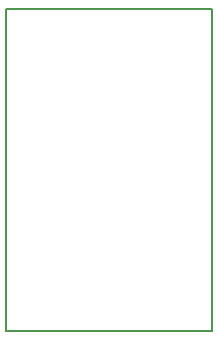
<source format=gm1>
G04 MADE WITH FRITZING*
G04 WWW.FRITZING.ORG*
G04 DOUBLE SIDED*
G04 HOLES PLATED*
G04 CONTOUR ON CENTER OF CONTOUR VECTOR*
%ASAXBY*%
%FSLAX23Y23*%
%MOIN*%
%OFA0B0*%
%SFA1.0B1.0*%
%ADD10R,0.693126X1.080090*%
%ADD11C,0.008000*%
%ADD10C,0.008*%
%LNCONTOUR*%
G90*
G70*
G54D10*
G54D11*
X4Y1076D02*
X689Y1076D01*
X689Y4D01*
X4Y4D01*
X4Y1076D01*
D02*
G04 End of contour*
M02*
</source>
